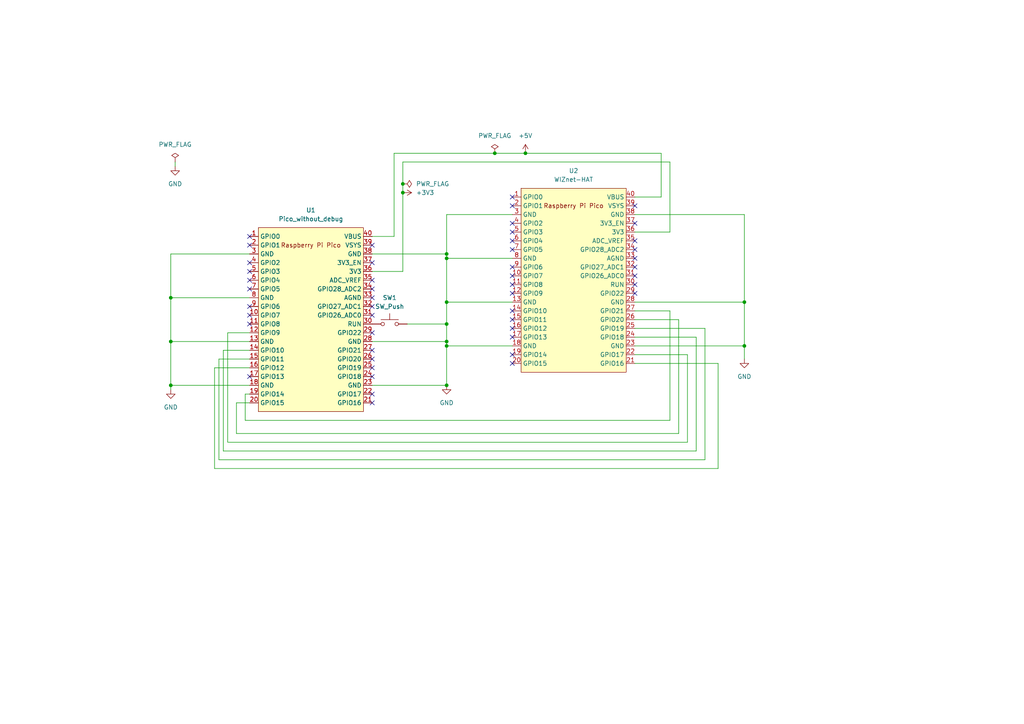
<source format=kicad_sch>
(kicad_sch (version 20211123) (generator eeschema)
  (paper "A4")
  (lib_symbols
    (symbol "MCU_RaspberryPi_and_Boards:Pico_without_debug"
      (property "Reference" "U" (at -13.97 27.94 0))
      (property "Value" "Pico_without_debug" (at 0 19.05 0))
      (symbol "Pico_without_debug_0_0"
        (text "Raspberry Pi Pico" (at 0 21.59 0) (effects (font (size 1.27 1.27))))
      )
      (symbol "Pico_without_debug_0_1"
        (rectangle (start -15.24 26.67) (end 15.24 -26.67) (fill (type background)))
      )
      (symbol "Pico_without_debug_1_1"
        (pin bidirectional line (at -17.78 24.13 0) (length 2.54) (name "GPIO0") (number "1"))
        (pin bidirectional line (at -17.78 1.27 0) (length 2.54) (name "GPIO7") (number "10"))
        (pin bidirectional line (at -17.78 -1.27 0) (length 2.54) (name "GPIO8") (number "11"))
        (pin bidirectional line (at -17.78 -3.81 0) (length 2.54) (name "GPIO9") (number "12"))
        (pin power_in line (at -17.78 -6.35 0) (length 2.54) (name "GND") (number "13"))
        (pin bidirectional line (at -17.78 -8.89 0) (length 2.54) (name "GPIO10") (number "14"))
        (pin bidirectional line (at -17.78 -11.43 0) (length 2.54) (name "GPIO11") (number "15"))
        (pin bidirectional line (at -17.78 -13.97 0) (length 2.54) (name "GPIO12") (number "16"))
        (pin bidirectional line (at -17.78 -16.51 0) (length 2.54) (name "GPIO13") (number "17"))
        (pin power_in line (at -17.78 -19.05 0) (length 2.54) (name "GND") (number "18"))
        (pin bidirectional line (at -17.78 -21.59 0) (length 2.54) (name "GPIO14") (number "19"))
        (pin bidirectional line (at -17.78 21.59 0) (length 2.54) (name "GPIO1") (number "2"))
        (pin bidirectional line (at -17.78 -24.13 0) (length 2.54) (name "GPIO15") (number "20"))
        (pin bidirectional line (at 17.78 -24.13 180) (length 2.54) (name "GPIO16") (number "21"))
        (pin bidirectional line (at 17.78 -21.59 180) (length 2.54) (name "GPIO17") (number "22"))
        (pin power_in line (at 17.78 -19.05 180) (length 2.54) (name "GND") (number "23"))
        (pin bidirectional line (at 17.78 -16.51 180) (length 2.54) (name "GPIO18") (number "24"))
        (pin bidirectional line (at 17.78 -13.97 180) (length 2.54) (name "GPIO19") (number "25"))
        (pin bidirectional line (at 17.78 -11.43 180) (length 2.54) (name "GPIO20") (number "26"))
        (pin bidirectional line (at 17.78 -8.89 180) (length 2.54) (name "GPIO21") (number "27"))
        (pin power_in line (at 17.78 -6.35 180) (length 2.54) (name "GND") (number "28"))
        (pin bidirectional line (at 17.78 -3.81 180) (length 2.54) (name "GPIO22") (number "29"))
        (pin power_in line (at -17.78 19.05 0) (length 2.54) (name "GND") (number "3"))
        (pin input line (at 17.78 -1.27 180) (length 2.54) (name "RUN") (number "30"))
        (pin bidirectional line (at 17.78 1.27 180) (length 2.54) (name "GPIO26_ADC0") (number "31"))
        (pin bidirectional line (at 17.78 3.81 180) (length 2.54) (name "GPIO27_ADC1") (number "32"))
        (pin power_in line (at 17.78 6.35 180) (length 2.54) (name "AGND") (number "33"))
        (pin bidirectional line (at 17.78 8.89 180) (length 2.54) (name "GPIO28_ADC2") (number "34"))
        (pin power_in line (at 17.78 11.43 180) (length 2.54) (name "ADC_VREF") (number "35"))
        (pin power_in line (at 17.78 13.97 180) (length 2.54) (name "3V3") (number "36"))
        (pin input line (at 17.78 16.51 180) (length 2.54) (name "3V3_EN") (number "37"))
        (pin bidirectional line (at 17.78 19.05 180) (length 2.54) (name "GND") (number "38"))
        (pin power_in line (at 17.78 21.59 180) (length 2.54) (name "VSYS") (number "39"))
        (pin bidirectional line (at -17.78 16.51 0) (length 2.54) (name "GPIO2") (number "4"))
        (pin power_in line (at 17.78 24.13 180) (length 2.54) (name "VBUS") (number "40"))
        (pin bidirectional line (at -17.78 13.97 0) (length 2.54) (name "GPIO3") (number "5"))
        (pin bidirectional line (at -17.78 11.43 0) (length 2.54) (name "GPIO4") (number "6"))
        (pin bidirectional line (at -17.78 8.89 0) (length 2.54) (name "GPIO5") (number "7"))
        (pin power_in line (at -17.78 6.35 0) (length 2.54) (name "GND") (number "8"))
        (pin bidirectional line (at -17.78 3.81 0) (length 2.54) (name "GPIO6") (number "9"))
      )
    )
    (symbol "Switch:SW_Push" (pin_numbers hide) (pin_names (offset 1.016) hide)
      (property "Reference" "SW" (at 1.27 2.54 0))
      (property "Value" "SW_Push" (at 0 -1.524 0))
      (symbol "SW_Push_0_1"
        (circle (center -2.032 0) (radius 0.508))
        (polyline (pts (xy 0 1.27) (xy 0 3.048)))
        (polyline (pts (xy 2.54 1.27) (xy -2.54 1.27)))
        (circle (center 2.032 0) (radius 0.508))
        (pin passive line (at -5.08 0 0) (length 2.54) (name "1") (number "1"))
        (pin passive line (at 5.08 0 180) (length 2.54) (name "2") (number "2"))
      )
    )
    (symbol "power:+3V3" (power) (pin_names (offset 0))
      (property "Value" "+3V3" (at 0 3.556 0))
      (symbol "+3V3_0_1"
        (polyline (pts (xy -0.762 1.27) (xy 0 2.54)))
        (polyline (pts (xy 0 0) (xy 0 2.54)))
        (polyline (pts (xy 0 2.54) (xy 0.762 1.27)))
      )
      (symbol "+3V3_1_1"
        (pin power_in line (at 0 0 90) (length 0) hide (name "+3V3") (number "1"))
      )
    )
    (symbol "power:+5V" (power) (pin_names (offset 0))
      (property "Value" "+5V" (at 0 3.556 0))
      (symbol "+5V_0_1"
        (polyline (pts (xy -0.762 1.27) (xy 0 2.54)))
        (polyline (pts (xy 0 0) (xy 0 2.54)))
        (polyline (pts (xy 0 2.54) (xy 0.762 1.27)))
      )
      (symbol "+5V_1_1"
        (pin power_in line (at 0 0 90) (length 0) hide (name "+5V") (number "1"))
      )
    )
    (symbol "power:GND" (power) (pin_names (offset 0))
      (property "Value" "GND" (at 0 -3.81 0))
      (symbol "GND_0_1"
        (polyline (pts (xy 0 0) (xy 0 -1.27) (xy 1.27 -1.27) (xy 0 -2.54) (xy -1.27 -1.27) (xy 0 -1.27)))
      )
      (symbol "GND_1_1"
        (pin power_in line (at 0 0 270) (length 0) hide (name "GND") (number "1"))
      )
    )
    (symbol "power:PWR_FLAG" (power) (pin_numbers hide) (pin_names (offset 0) hide)
      (property "Value" "PWR_FLAG" (at 0 3.81 0))
      (symbol "PWR_FLAG_0_0"
        (pin power_out line (at 0 0 90) (length 0) (name "pwr") (number "1"))
      )
      (symbol "PWR_FLAG_0_1"
        (polyline (pts (xy 0 0) (xy 0 1.27) (xy -1.016 1.905) (xy 0 2.54) (xy 1.016 1.905) (xy 0 1.27)))
      )
    )
  )
  (junction (at 116.84 53.34))
  (junction (at 129.54 111.76))
  (junction (at 129.54 74.93))
  (junction (at 143.51 44.45))
  (junction (at 152.4 44.45))
  (junction (at 129.54 99.06))
  (junction (at 49.53 86.36))
  (junction (at 215.9 100.33))
  (junction (at 49.53 111.76))
  (junction (at 129.54 93.98))
  (junction (at 215.9 87.63))
  (junction (at 116.84 55.88))
  (junction (at 129.54 87.63))
  (junction (at 129.54 73.66))
  (junction (at 129.54 100.33))
  (junction (at 49.53 99.06))
  (no_connect (at 148.59 72.39))
  (no_connect (at 148.59 67.31))
  (no_connect (at 148.59 69.85))
  (no_connect (at 148.59 102.87))
  (no_connect (at 148.59 105.41))
  (no_connect (at 148.59 59.69))
  (no_connect (at 184.15 85.09))
  (no_connect (at 148.59 97.79))
  (no_connect (at 148.59 92.71))
  (no_connect (at 148.59 95.25))
  (no_connect (at 148.59 82.55))
  (no_connect (at 148.59 85.09))
  (no_connect (at 148.59 90.17))
  (no_connect (at 148.59 80.01))
  (no_connect (at 148.59 77.47))
  (no_connect (at 148.59 57.15))
  (no_connect (at 148.59 64.77))
  (no_connect (at 184.15 64.77))
  (no_connect (at 184.15 59.69))
  (no_connect (at 184.15 82.55))
  (no_connect (at 184.15 80.01))
  (no_connect (at 184.15 77.47))
  (no_connect (at 184.15 74.93))
  (no_connect (at 184.15 72.39))
  (no_connect (at 184.15 69.85))
  (no_connect (at 107.95 116.84))
  (no_connect (at 107.95 114.3))
  (no_connect (at 107.95 109.22))
  (no_connect (at 72.39 68.58))
  (no_connect (at 72.39 71.12))
  (no_connect (at 72.39 76.2))
  (no_connect (at 72.39 91.44))
  (no_connect (at 72.39 93.98))
  (no_connect (at 72.39 81.28))
  (no_connect (at 72.39 83.82))
  (no_connect (at 72.39 88.9))
  (no_connect (at 72.39 78.74))
  (no_connect (at 107.95 71.12))
  (no_connect (at 107.95 81.28))
  (no_connect (at 107.95 83.82))
  (no_connect (at 107.95 86.36))
  (no_connect (at 107.95 88.9))
  (no_connect (at 107.95 101.6))
  (no_connect (at 107.95 91.44))
  (no_connect (at 107.95 96.52))
  (no_connect (at 107.95 76.2))
  (no_connect (at 72.39 109.22))
  (no_connect (at 107.95 106.68))
  (no_connect (at 107.95 104.14))
  (wire (pts (xy 129.54 74.93) (xy 129.54 87.63)))
  (wire (pts (xy 71.12 114.3) (xy 72.39 114.3)))
  (wire (pts (xy 62.23 135.89) (xy 62.23 106.68)))
  (wire (pts (xy 49.53 111.76) (xy 49.53 113.03)))
  (wire (pts (xy 116.84 55.88) (xy 116.84 53.34)))
  (wire (pts (xy 116.84 46.99) (xy 194.31 46.99)))
  (wire (pts (xy 49.53 99.06) (xy 72.39 99.06)))
  (wire (pts (xy 49.53 86.36) (xy 49.53 99.06)))
  (wire (pts (xy 129.54 100.33) (xy 129.54 111.76)))
  (wire (pts (xy 107.95 73.66) (xy 129.54 73.66)))
  (wire (pts (xy 208.28 105.41) (xy 208.28 135.89)))
  (wire (pts (xy 64.77 101.6) (xy 64.77 130.81)))
  (wire (pts (xy 107.95 99.06) (xy 129.54 99.06)))
  (wire (pts (xy 129.54 73.66) (xy 129.54 74.93)))
  (wire (pts (xy 63.5 104.14) (xy 63.5 133.35)))
  (wire (pts (xy 152.4 44.45) (xy 191.77 44.45)))
  (wire (pts (xy 129.54 87.63) (xy 129.54 93.98)))
  (wire (pts (xy 116.84 78.74) (xy 116.84 55.88)))
  (wire (pts (xy 215.9 100.33) (xy 215.9 104.14)))
  (wire (pts (xy 116.84 53.34) (xy 116.84 46.99)))
  (wire (pts (xy 71.12 121.92) (xy 71.12 114.3)))
  (wire (pts (xy 118.11 93.98) (xy 129.54 93.98)))
  (wire (pts (xy 184.15 102.87) (xy 199.39 102.87)))
  (wire (pts (xy 194.31 90.17) (xy 194.31 121.92)))
  (wire (pts (xy 107.95 111.76) (xy 129.54 111.76)))
  (wire (pts (xy 184.15 92.71) (xy 196.85 92.71)))
  (wire (pts (xy 208.28 135.89) (xy 62.23 135.89)))
  (wire (pts (xy 72.39 104.14) (xy 63.5 104.14)))
  (wire (pts (xy 184.15 67.31) (xy 194.31 67.31)))
  (wire (pts (xy 196.85 125.73) (xy 68.58 125.73)))
  (wire (pts (xy 62.23 106.68) (xy 72.39 106.68)))
  (wire (pts (xy 68.58 125.73) (xy 68.58 116.84)))
  (wire (pts (xy 49.53 73.66) (xy 49.53 86.36)))
  (wire (pts (xy 191.77 44.45) (xy 191.77 57.15)))
  (wire (pts (xy 148.59 62.23) (xy 129.54 62.23)))
  (wire (pts (xy 49.53 86.36) (xy 72.39 86.36)))
  (wire (pts (xy 114.3 44.45) (xy 143.51 44.45)))
  (wire (pts (xy 129.54 99.06) (xy 129.54 100.33)))
  (wire (pts (xy 199.39 102.87) (xy 199.39 128.27)))
  (wire (pts (xy 66.04 96.52) (xy 66.04 128.27)))
  (wire (pts (xy 129.54 100.33) (xy 148.59 100.33)))
  (wire (pts (xy 49.53 111.76) (xy 72.39 111.76)))
  (wire (pts (xy 184.15 105.41) (xy 208.28 105.41)))
  (wire (pts (xy 215.9 62.23) (xy 215.9 87.63)))
  (wire (pts (xy 107.95 68.58) (xy 114.3 68.58)))
  (wire (pts (xy 129.54 62.23) (xy 129.54 73.66)))
  (wire (pts (xy 107.95 78.74) (xy 116.84 78.74)))
  (wire (pts (xy 49.53 99.06) (xy 49.53 111.76)))
  (wire (pts (xy 184.15 97.79) (xy 201.93 97.79)))
  (wire (pts (xy 66.04 128.27) (xy 199.39 128.27)))
  (wire (pts (xy 184.15 90.17) (xy 194.31 90.17)))
  (wire (pts (xy 184.15 62.23) (xy 215.9 62.23)))
  (wire (pts (xy 191.77 57.15) (xy 184.15 57.15)))
  (wire (pts (xy 194.31 46.99) (xy 194.31 67.31)))
  (wire (pts (xy 201.93 130.81) (xy 201.93 97.79)))
  (wire (pts (xy 184.15 95.25) (xy 204.47 95.25)))
  (wire (pts (xy 114.3 68.58) (xy 114.3 44.45)))
  (wire (pts (xy 68.58 116.84) (xy 72.39 116.84)))
  (wire (pts (xy 184.15 100.33) (xy 215.9 100.33)))
  (wire (pts (xy 194.31 121.92) (xy 71.12 121.92)))
  (wire (pts (xy 129.54 74.93) (xy 148.59 74.93)))
  (wire (pts (xy 72.39 73.66) (xy 49.53 73.66)))
  (wire (pts (xy 129.54 93.98) (xy 129.54 99.06)))
  (wire (pts (xy 129.54 87.63) (xy 148.59 87.63)))
  (wire (pts (xy 215.9 87.63) (xy 215.9 100.33)))
  (wire (pts (xy 72.39 101.6) (xy 64.77 101.6)))
  (wire (pts (xy 63.5 133.35) (xy 204.47 133.35)))
  (wire (pts (xy 204.47 133.35) (xy 204.47 95.25)))
  (wire (pts (xy 50.8 46.99) (xy 50.8 48.26)))
  (wire (pts (xy 64.77 130.81) (xy 201.93 130.81)))
  (wire (pts (xy 72.39 96.52) (xy 66.04 96.52)))
  (wire (pts (xy 184.15 87.63) (xy 215.9 87.63)))
  (wire (pts (xy 143.51 44.45) (xy 152.4 44.45)))
  (wire (pts (xy 196.85 92.71) (xy 196.85 125.73)))
  (symbol (lib_id "power:+5V") (at 152.4 44.45 0) (unit 1)
    (property "Reference" "#PWR0104" (effects hide))
    (property "Value" "+5V" (at 152.4 39.37 0))
  )
  (symbol (lib_id "power:GND") (at 49.53 113.03 0) (unit 1)
    (property "Reference" "#PWR0105" (effects hide))
    (property "Value" "GND" (at 49.53 118.11 0))
  )
  (symbol (lib_id "MCU_RaspberryPi_and_Boards:Pico_without_debug") (at 90.17 92.71 0) (unit 1)
    (property "Reference" "U1" (at 90.17 60.96 0))
    (property "Value" "Pico_without_debug" (at 90.17 63.5 0))
    (property "Footprint" "MCU_RaspberryPi_and_Boards:RPi_Pico_Skel" (effects hide))
  )
  (symbol (lib_id "power:GND") (at 129.54 111.76 0) (unit 1)
    (property "Reference" "#PWR0101" (effects hide))
    (property "Value" "GND" (at 129.54 116.84 0))
  )
  (symbol (lib_id "power:GND") (at 215.9 104.14 0) (unit 1)
    (property "Reference" "#PWR0102" (effects hide))
    (property "Value" "GND" (at 215.9 109.22 0))
  )
  (symbol (lib_id "power:GND") (at 50.8 48.26 0) (unit 1)
    (property "Reference" "#PWR0106" (effects hide))
    (property "Value" "GND" (at 50.8 53.34 0))
  )
  (symbol (lib_id "power:PWR_FLAG") (at 50.8 46.99 0) (unit 1)
    (property "Reference" "#FLG0101" (effects hide))
    (property "Value" "PWR_FLAG" (at 50.8 41.91 0))
  )
  (symbol (lib_id "power:PWR_FLAG") (at 116.84 53.34 270) (unit 1)
    (property "Reference" "#FLG0102" (effects hide))
    (property "Value" "PWR_FLAG" (at 120.65 53.3399 90) (effects (justify left)))
  )
  (symbol (lib_id "MCU_RaspberryPi_and_Boards:Pico_without_debug") (at 166.37 81.28 0) (unit 1)
    (property "Reference" "U2" (at 166.37 49.53 0))
    (property "Value" "WIZnet-HAT" (at 166.37 52.07 0))
    (property "Footprint" "MCU_RaspberryPi_and_Boards:RPi_Pico_Skel" (effects hide))
  )
  (symbol (lib_id "power:PWR_FLAG") (at 143.51 44.45 0) (unit 1)
    (property "Reference" "#FLG0103" (effects hide))
    (property "Value" "PWR_FLAG" (at 143.51 39.37 0))
  )
  (symbol (lib_id "Switch:SW_Push") (at 113.03 93.98 0) (unit 1)
    (property "Reference" "SW1" (at 113.03 86.36 0))
    (property "Value" "SW_Push" (at 113.03 88.9 0))
    (property "Footprint" "Button_Switch_SMD:SW_TSB001" (effects hide))
  )
  (symbol (lib_id "power:+3V3") (at 116.84 55.88 270) (unit 1)
    (property "Reference" "#PWR0103" (effects hide))
    (property "Value" "+3V3" (at 120.65 55.8799 90) (effects (justify left)))
  )
)
</source>
